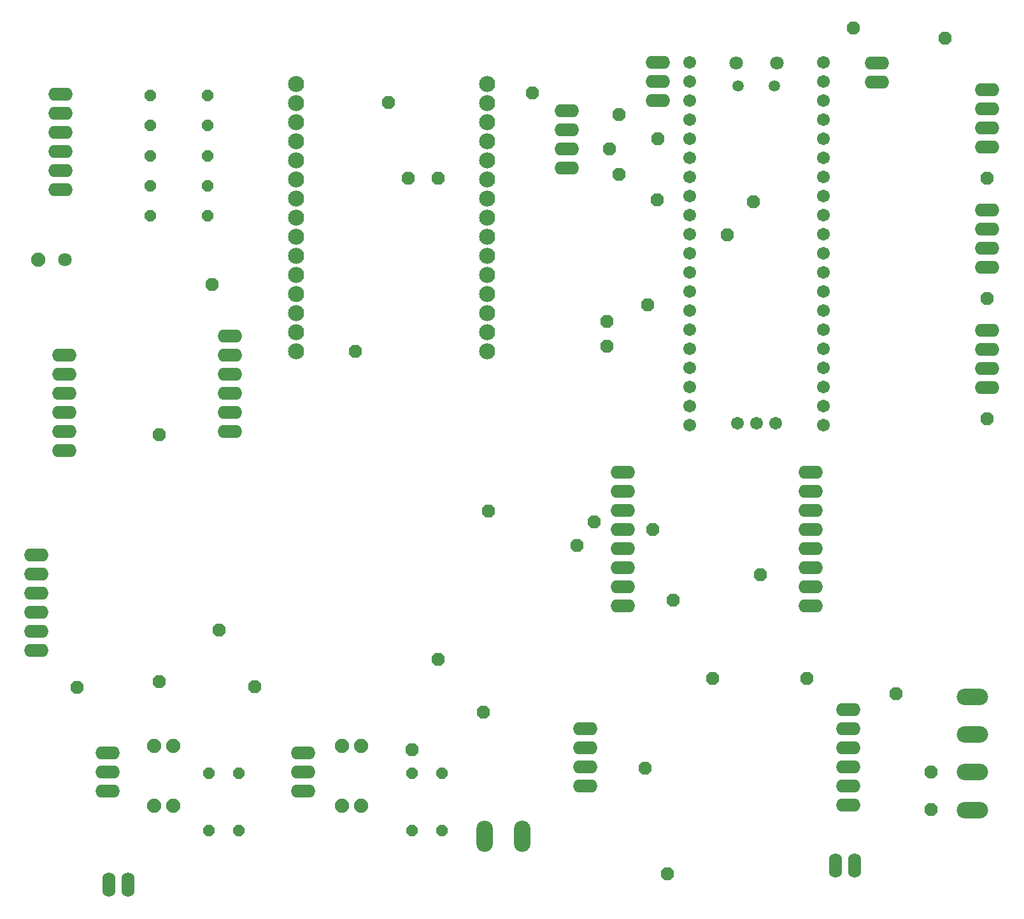
<source format=gbr>
%TF.GenerationSoftware,KiCad,Pcbnew,9.0.2*%
%TF.CreationDate,2025-06-17T12:09:41-05:00*%
%TF.ProjectId,board,626f6172-642e-46b6-9963-61645f706362,rev?*%
%TF.SameCoordinates,Original*%
%TF.FileFunction,Soldermask,Bot*%
%TF.FilePolarity,Negative*%
%FSLAX46Y46*%
G04 Gerber Fmt 4.6, Leading zero omitted, Abs format (unit mm)*
G04 Created by KiCad (PCBNEW 9.0.2) date 2025-06-17 12:09:41*
%MOMM*%
%LPD*%
G01*
G04 APERTURE LIST*
G04 Aperture macros list*
%AMFreePoly0*
4,1,25,0.333266,0.742596,0.345389,0.732242,0.732242,0.345389,0.760749,0.289441,0.762000,0.273547,0.762000,-0.273547,0.742596,-0.333266,0.732242,-0.345389,0.345389,-0.732242,0.289441,-0.760749,0.273547,-0.762000,-0.273547,-0.762000,-0.333266,-0.742596,-0.345389,-0.732242,-0.732242,-0.345389,-0.760749,-0.289441,-0.762000,-0.273547,-0.762000,0.273547,-0.742596,0.333266,-0.732242,0.345389,
-0.345389,0.732242,-0.289441,0.760749,-0.273547,0.762000,0.273547,0.762000,0.333266,0.742596,0.333266,0.742596,$1*%
%AMFreePoly1*
4,1,25,0.391131,0.882296,0.403254,0.871942,0.871942,0.403254,0.900449,0.347306,0.901700,0.331412,0.901700,-0.331412,0.882296,-0.391131,0.871942,-0.403254,0.403254,-0.871942,0.347306,-0.900449,0.331412,-0.901700,-0.331412,-0.901700,-0.391131,-0.882296,-0.403254,-0.871942,-0.871942,-0.403254,-0.900449,-0.347306,-0.901700,-0.331412,-0.901700,0.331412,-0.882296,0.391131,-0.871942,0.403254,
-0.403254,0.871942,-0.347306,0.900449,-0.331412,0.901700,0.331412,0.901700,0.391131,0.882296,0.391131,0.882296,$1*%
%AMFreePoly2*
4,1,25,0.375350,0.844196,0.387473,0.833842,0.833842,0.387473,0.862349,0.331525,0.863600,0.315631,0.863600,-0.315631,0.844196,-0.375350,0.833842,-0.387473,0.387473,-0.833842,0.331525,-0.862349,0.315631,-0.863600,-0.315631,-0.863600,-0.375350,-0.844196,-0.387473,-0.833842,-0.833842,-0.387473,-0.862349,-0.331525,-0.863600,-0.315631,-0.863600,0.315631,-0.844196,0.375350,-0.833842,0.387473,
-0.387473,0.833842,-0.331525,0.862349,-0.315631,0.863600,0.315631,0.863600,0.375350,0.844196,0.375350,0.844196,$1*%
G04 Aperture macros list end*
%ADD10C,2.133600*%
%ADD11O,3.251200X1.727200*%
%ADD12FreePoly0,0.000000*%
%ADD13FreePoly0,90.000000*%
%ADD14FreePoly0,270.000000*%
%ADD15O,1.727200X3.251200*%
%ADD16FreePoly1,0.000000*%
%ADD17C,1.803400*%
%ADD18FreePoly1,180.000000*%
%ADD19FreePoly2,0.000000*%
%ADD20FreePoly2,180.000000*%
%ADD21O,4.165600X2.184400*%
%ADD22O,2.184400X4.165600*%
%ADD23C,1.711200*%
%ADD24C,1.500000*%
%ADD25C,1.800000*%
G04 APERTURE END LIST*
D10*
%TO.C,ESP32*%
X118101100Y-55443600D03*
X118101100Y-57983600D03*
X118101100Y-60523600D03*
X118101100Y-63063600D03*
X118101100Y-65603600D03*
X118101100Y-68143600D03*
X118101100Y-70683600D03*
X118101100Y-73223600D03*
X118101100Y-75763600D03*
X118101100Y-78303600D03*
X118101100Y-80843600D03*
X118101100Y-83383600D03*
X118101100Y-85923600D03*
X118101100Y-88463600D03*
X118101100Y-91003600D03*
X143501100Y-55443600D03*
X143501100Y-57983600D03*
X143501100Y-60523600D03*
X143501100Y-63063600D03*
X143501100Y-65603600D03*
X143501100Y-68143600D03*
X143501100Y-70683600D03*
X143501100Y-73223600D03*
X143501100Y-75763600D03*
X143501100Y-78303600D03*
X143501100Y-80843600D03*
X143501100Y-83383600D03*
X143501100Y-85923600D03*
X143501100Y-88463600D03*
X143501100Y-91003600D03*
%TD*%
D11*
%TO.C,LEDS0*%
X86801100Y-56853600D03*
X86801100Y-59393600D03*
X86801100Y-61933600D03*
X86801100Y-64473600D03*
X86801100Y-67013600D03*
X86801100Y-69553600D03*
%TD*%
D12*
%TO.C,R1*%
X106311100Y-73003600D03*
X98691100Y-73003600D03*
%TD*%
%TO.C,R2*%
X106311100Y-69003600D03*
X98691100Y-69003600D03*
%TD*%
%TO.C,R3*%
X106311100Y-65003600D03*
X98691100Y-65003600D03*
%TD*%
%TO.C,R4*%
X106311100Y-61003600D03*
X98691100Y-61003600D03*
%TD*%
%TO.C,R5*%
X106311100Y-57003600D03*
X98691100Y-57003600D03*
%TD*%
D11*
%TO.C,SIM800L0*%
X109301100Y-101653600D03*
X109301100Y-99113600D03*
X109301100Y-96573600D03*
X109301100Y-94033600D03*
X109301100Y-91493600D03*
X109301100Y-88953600D03*
%TD*%
%TO.C,REG5V0*%
X119041100Y-144463600D03*
X119041100Y-147003600D03*
X119041100Y-149543600D03*
%TD*%
%TO.C,REG4.2V0*%
X93041100Y-144463600D03*
X93041100Y-147003600D03*
X93041100Y-149543600D03*
%TD*%
D13*
%TO.C,R6*%
X133501100Y-147193600D03*
X133501100Y-154813600D03*
%TD*%
%TO.C,R7*%
X106501100Y-147193600D03*
X106501100Y-154813600D03*
%TD*%
D14*
%TO.C,R8*%
X137501100Y-154813600D03*
X137501100Y-147193600D03*
%TD*%
%TO.C,R9*%
X110501100Y-154813600D03*
X110501100Y-147193600D03*
%TD*%
D15*
%TO.C,VBAT0*%
X95771100Y-162003600D03*
X93231100Y-162003600D03*
%TD*%
D16*
%TO.C,C1*%
X101771100Y-151503600D03*
X99231100Y-151503600D03*
%TD*%
%TO.C,C2*%
X101771100Y-143503600D03*
X99231100Y-143503600D03*
%TD*%
%TO.C,C3*%
X126771100Y-151503600D03*
X124231100Y-151503600D03*
%TD*%
%TO.C,C4*%
X126771100Y-143503600D03*
X124231100Y-143503600D03*
%TD*%
D17*
%TO.C,C5*%
X87357100Y-78803600D03*
D18*
X83801100Y-78803600D03*
%TD*%
D11*
%TO.C,_0*%
X87301100Y-91493600D03*
X87301100Y-94033600D03*
X87301100Y-96573600D03*
X87301100Y-99113600D03*
X87301100Y-101653600D03*
X87301100Y-104193600D03*
%TD*%
%TO.C,DS3231*%
X191501100Y-151353600D03*
X191501100Y-148813600D03*
X191501100Y-146273600D03*
X191501100Y-143733600D03*
X191501100Y-141193600D03*
X191501100Y-138653600D03*
%TD*%
%TO.C,HW-125*%
X83601100Y-130853600D03*
X83601100Y-128313600D03*
X83601100Y-125773600D03*
X83601100Y-123233600D03*
X83601100Y-120693600D03*
X83601100Y-118153600D03*
%TD*%
%TO.C,JP3*%
X156501100Y-141193600D03*
X156501100Y-143733600D03*
X156501100Y-146273600D03*
X156501100Y-148813600D03*
%TD*%
%TO.C,DISPLAY0*%
X154101100Y-58993600D03*
X154101100Y-61533600D03*
X154101100Y-64073600D03*
X154101100Y-66613600D03*
%TD*%
%TO.C,LORA0*%
X161501100Y-107113600D03*
X161501100Y-109653600D03*
X161501100Y-112193600D03*
X161501100Y-114733600D03*
X161501100Y-117273600D03*
X161501100Y-119813600D03*
X161501100Y-122353600D03*
X161501100Y-124893600D03*
%TD*%
%TO.C,.0*%
X186501100Y-107113600D03*
X186501100Y-109653600D03*
X186501100Y-112193600D03*
X186501100Y-114733600D03*
X186501100Y-117273600D03*
X186501100Y-119813600D03*
X186501100Y-122353600D03*
X186501100Y-124893600D03*
%TD*%
D19*
%TO.C,JP4*%
X133501100Y-144003600D03*
%TD*%
D20*
%TO.C,JP5*%
X126001100Y-91003600D03*
%TD*%
D19*
%TO.C,JP6*%
X192201100Y-48003600D03*
%TD*%
%TO.C,JP7*%
X186001100Y-134503600D03*
%TD*%
%TO.C,JP8*%
X133001100Y-68003600D03*
%TD*%
%TO.C,JP9*%
X173501100Y-134503600D03*
%TD*%
%TO.C,JP10*%
X130401100Y-57903600D03*
%TD*%
%TO.C,JP11*%
X143701100Y-112303600D03*
%TD*%
%TO.C,JP12*%
X137001100Y-68003600D03*
%TD*%
%TO.C,JP13*%
X179801100Y-120703600D03*
%TD*%
%TO.C,JP14*%
X149501100Y-56603600D03*
%TD*%
%TO.C,JP15*%
X164501100Y-146503600D03*
%TD*%
%TO.C,JP16*%
X89001100Y-135703600D03*
%TD*%
%TO.C,JP17*%
X168201100Y-124103600D03*
%TD*%
%TO.C,JP18*%
X99901100Y-102103600D03*
%TD*%
%TO.C,JP19*%
X204401100Y-49403600D03*
%TD*%
%TO.C,JP20*%
X137001100Y-132003600D03*
%TD*%
D21*
%TO.C,BUS_B0*%
X208001100Y-136985200D03*
X208001100Y-142014400D03*
X208001100Y-146992800D03*
X208001100Y-152022000D03*
%TD*%
D22*
%TO.C,VBAT_B0*%
X148201100Y-155503600D03*
X143171900Y-155503600D03*
%TD*%
D19*
%TO.C,JP21*%
X99901100Y-135003600D03*
%TD*%
%TO.C,JP22*%
X167501100Y-160503600D03*
%TD*%
%TO.C,JP23*%
X143001100Y-139003600D03*
%TD*%
%TO.C,JP24*%
X112601100Y-135603600D03*
%TD*%
%TO.C,JP1*%
X161001100Y-59503600D03*
%TD*%
%TO.C,JP2*%
X166201100Y-62703600D03*
%TD*%
%TO.C,JP25*%
X161001100Y-67503600D03*
%TD*%
%TO.C,JP26*%
X166101100Y-70903600D03*
%TD*%
%TO.C,JP27*%
X159801100Y-64103600D03*
%TD*%
D11*
%TO.C,PORT1*%
X210001100Y-63813600D03*
X210001100Y-61273600D03*
X210001100Y-58733600D03*
X210001100Y-56193600D03*
%TD*%
%TO.C,PORT2*%
X210001100Y-79813600D03*
X210001100Y-77273600D03*
X210001100Y-74733600D03*
X210001100Y-72193600D03*
%TD*%
%TO.C,PORT3*%
X210001100Y-95813600D03*
X210001100Y-93273600D03*
X210001100Y-90733600D03*
X210001100Y-88193600D03*
%TD*%
D19*
%TO.C,JP28*%
X178901100Y-71103600D03*
%TD*%
%TO.C,JP29*%
X175401100Y-75503600D03*
%TD*%
%TO.C,JP30*%
X202501100Y-152003600D03*
%TD*%
%TO.C,JP31*%
X202501100Y-147003600D03*
%TD*%
%TO.C,JP34*%
X197901100Y-136603600D03*
%TD*%
%TO.C,JP35*%
X210001100Y-68003600D03*
%TD*%
%TO.C,JP36*%
X210001100Y-84003600D03*
%TD*%
%TO.C,JP37*%
X210001100Y-100003600D03*
%TD*%
%TO.C,JP39*%
X107901100Y-128103600D03*
%TD*%
%TO.C,JP40*%
X106901100Y-82103600D03*
%TD*%
D23*
%TO.C,PI_PICO0*%
X181841100Y-100603600D03*
X179301100Y-100603600D03*
X176761100Y-100603600D03*
D24*
X181726100Y-55733600D03*
X176876100Y-55733600D03*
D25*
X182026100Y-52703600D03*
X176576100Y-52703600D03*
D23*
X188191100Y-52573600D03*
X188191100Y-55113600D03*
X188191100Y-57653600D03*
X188191100Y-60193600D03*
X188191100Y-62733600D03*
X188191100Y-65273600D03*
X188191100Y-67813600D03*
X188191100Y-70353600D03*
X188191100Y-72893600D03*
X188191100Y-75433600D03*
X188191100Y-77973600D03*
X188191100Y-80513600D03*
X188191100Y-83053600D03*
X188191100Y-85593600D03*
X188191100Y-88133600D03*
X188191100Y-90673600D03*
X188191100Y-93213600D03*
X188191100Y-95753600D03*
X188191100Y-98293600D03*
X188191100Y-100833600D03*
X170411100Y-100833600D03*
X170411100Y-98293600D03*
X170411100Y-95753600D03*
X170411100Y-93213600D03*
X170411100Y-90673600D03*
X170411100Y-88133600D03*
X170411100Y-85593600D03*
X170411100Y-83053600D03*
X170411100Y-80513600D03*
X170411100Y-77973600D03*
X170411100Y-75433600D03*
X170411100Y-72893600D03*
X170411100Y-62733600D03*
X170411100Y-65273600D03*
X170411100Y-60193600D03*
X170411100Y-57653600D03*
X170411100Y-70353600D03*
X170411100Y-67813600D03*
X170411100Y-55113600D03*
X170411100Y-52573600D03*
%TD*%
D19*
%TO.C,JP41*%
X159401100Y-87003600D03*
%TD*%
%TO.C,JP42*%
X155401100Y-116803600D03*
%TD*%
%TO.C,JP43*%
X159401100Y-90303600D03*
%TD*%
%TO.C,JP44*%
X157701100Y-113703600D03*
%TD*%
%TO.C,JP45*%
X164801100Y-84803600D03*
%TD*%
%TO.C,JP46*%
X165501100Y-114703600D03*
%TD*%
D11*
%TO.C,V_PICO0*%
X195301100Y-55173600D03*
X195301100Y-52633600D03*
%TD*%
D15*
%TO.C,V_I2C0*%
X192371100Y-159403600D03*
X189831100Y-159403600D03*
%TD*%
D11*
%TO.C,SERIAL0*%
X166201100Y-57643600D03*
X166201100Y-55103600D03*
X166201100Y-52563600D03*
%TD*%
M02*

</source>
